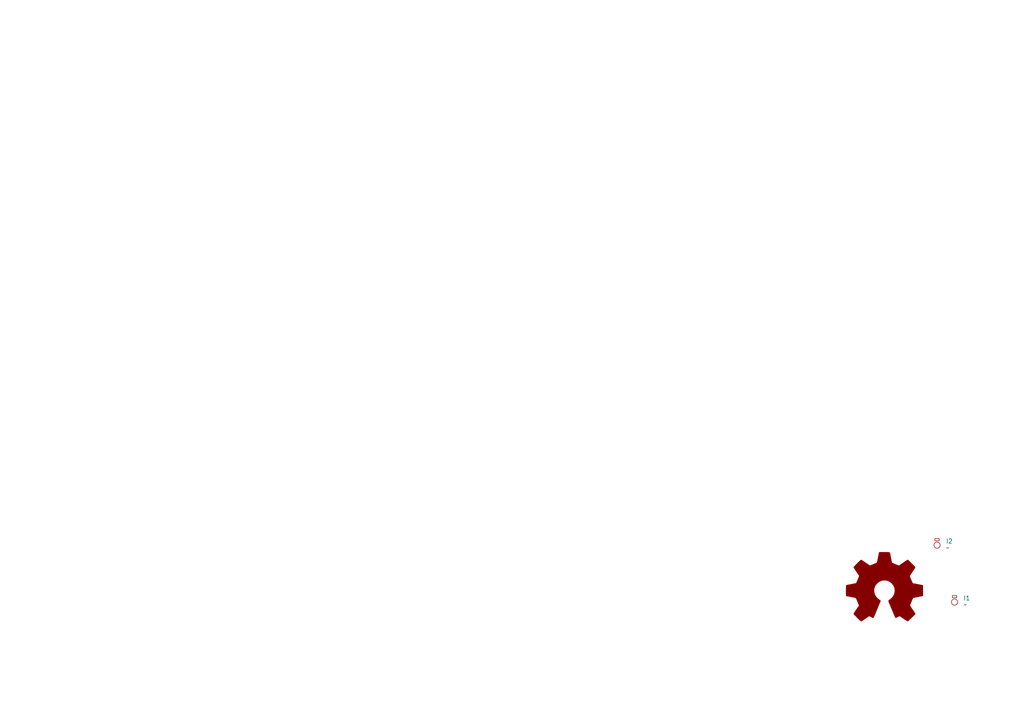
<source format=kicad_sch>
(kicad_sch (version 20231120) (generator "eeschema") (generator_version "8.0")
  (paper "A4")
  (lib_symbols
    (symbol "Graphic:Logo_Open_Hardware_Large" (in_bom no) (on_board no)
      (symbol "Logo_Open_Hardware_Large_1_1"
        (polyline (pts (xy 6.731 -8.7122) (xy 6.6294 -8.6614) (xy 6.35 -8.4836) (xy 5.9944 -8.255) (xy 5.5372 -7.9502) (xy 5.1054 -7.6454) (xy 4.7498 -7.4168) (xy 4.4958 -7.239) (xy 4.3942 -7.1882) (xy 4.318 -7.2136) (xy 4.1148 -7.3152) (xy 3.81 -7.4676) (xy 3.6322 -7.5692) (xy 3.3528 -7.6708) (xy 3.2258 -7.6962) (xy 3.2004 -7.6708) (xy 3.0988 -7.4676) (xy 2.9464 -7.0866) (xy 2.7178 -6.604) (xy 2.4892 -6.0452) (xy 2.2352 -5.4356) (xy 1.9558 -4.826) (xy 1.7272 -4.2164) (xy 1.4986 -3.683) (xy 1.3208 -3.2512) (xy 1.2192 -2.9464) (xy 1.1684 -2.8194) (xy 1.1938 -2.794) (xy 1.3208 -2.667) (xy 1.5748 -2.4892) (xy 2.0828 -2.0574) (xy 2.6162 -1.397) (xy 2.921 -0.6604) (xy 3.048 0.1524) (xy 2.9464 0.9144) (xy 2.6416 1.6256) (xy 2.1336 2.286) (xy 1.524 2.7686) (xy 0.8128 3.0734) (xy 0 3.175) (xy -0.762 3.0988) (xy -1.4986 2.794) (xy -2.159 2.286) (xy -2.4384 1.9812) (xy -2.8194 1.3208) (xy -3.048 0.6096) (xy -3.0734 0.4318) (xy -3.0226 -0.3556) (xy -2.794 -1.0922) (xy -2.3876 -1.7526) (xy -1.8288 -2.3114) (xy -1.7526 -2.3622) (xy -1.4732 -2.5654) (xy -1.2954 -2.6924) (xy -1.1684 -2.8194) (xy -2.159 -5.207) (xy -2.3114 -5.588) (xy -2.5908 -6.2484) (xy -2.8194 -6.8072) (xy -3.0226 -7.2644) (xy -3.1496 -7.5692) (xy -3.2258 -7.6708) (xy -3.2258 -7.6962) (xy -3.302 -7.6962) (xy -3.4798 -7.6454) (xy -3.8354 -7.4676) (xy -4.0386 -7.366) (xy -4.2926 -7.239) (xy -4.4196 -7.1882) (xy -4.5212 -7.239) (xy -4.7498 -7.3914) (xy -5.1054 -7.6454) (xy -5.5372 -7.9248) (xy -5.9436 -8.2042) (xy -6.3246 -8.4582) (xy -6.604 -8.636) (xy -6.731 -8.7122) (xy -6.7564 -8.7122) (xy -6.858 -8.636) (xy -7.0866 -8.4582) (xy -7.4168 -8.1534) (xy -7.874 -7.6962) (xy -7.9502 -7.62) (xy -8.3312 -7.239) (xy -8.636 -6.9088) (xy -8.8392 -6.6802) (xy -8.9154 -6.5786) (xy -8.9154 -6.5786) (xy -8.8392 -6.4516) (xy -8.6614 -6.1722) (xy -8.4328 -5.7912) (xy -8.128 -5.3594) (xy -7.3152 -4.191) (xy -7.7724 -3.0988) (xy -7.8994 -2.7686) (xy -8.0772 -2.3622) (xy -8.2042 -2.0828) (xy -8.255 -1.9558) (xy -8.382 -1.905) (xy -8.6614 -1.8542) (xy -9.0932 -1.7526) (xy -9.6266 -1.651) (xy -10.1092 -1.5748) (xy -10.541 -1.4732) (xy -10.8712 -1.4224) (xy -11.0236 -1.397) (xy -11.049 -1.3716) (xy -11.0744 -1.2954) (xy -11.0998 -1.143) (xy -11.0998 -0.889) (xy -11.1252 -0.4572) (xy -11.1252 0.1524) (xy -11.1252 0.2286) (xy -11.0998 0.8128) (xy -11.0998 1.27) (xy -11.0744 1.5494) (xy -11.0744 1.6764) (xy -11.0744 1.6764) (xy -10.922 1.7018) (xy -10.6172 1.778) (xy -10.16 1.8542) (xy -9.652 1.9558) (xy -9.6012 1.9812) (xy -9.0932 2.0828) (xy -8.636 2.159) (xy -8.3312 2.2352) (xy -8.2042 2.286) (xy -8.1788 2.3114) (xy -8.0772 2.5146) (xy -7.9248 2.8448) (xy -7.747 3.2512) (xy -7.5692 3.6576) (xy -7.4168 4.0386) (xy -7.3152 4.318) (xy -7.2898 4.445) (xy -7.2898 4.445) (xy -7.366 4.572) (xy -7.5438 4.826) (xy -7.7978 5.207) (xy -8.128 5.6642) (xy -8.128 5.6896) (xy -8.4328 6.1468) (xy -8.6868 6.5278) (xy -8.8392 6.7818) (xy -8.9154 6.9088) (xy -8.9154 6.9088) (xy -8.8138 7.0358) (xy -8.5852 7.2898) (xy -8.255 7.6454) (xy -7.874 8.0264) (xy -7.747 8.1534) (xy -7.3152 8.5852) (xy -7.0104 8.8646) (xy -6.8326 8.9916) (xy -6.731 9.0424) (xy -6.731 9.0424) (xy -6.604 8.9408) (xy -6.3246 8.763) (xy -5.9436 8.509) (xy -5.4864 8.2042) (xy -5.461 8.1788) (xy -5.0038 7.874) (xy -4.6482 7.62) (xy -4.3688 7.4422) (xy -4.2672 7.3914) (xy -4.2418 7.3914) (xy -4.064 7.4422) (xy -3.7338 7.5438) (xy -3.3528 7.6962) (xy -2.9464 7.874) (xy -2.5654 8.0264) (xy -2.286 8.1534) (xy -2.159 8.2296) (xy -2.159 8.2296) (xy -2.1082 8.382) (xy -2.032 8.7122) (xy -1.9304 9.1694) (xy -1.8288 9.7282) (xy -1.8034 9.8044) (xy -1.7018 10.3378) (xy -1.6256 10.7696) (xy -1.5748 11.0744) (xy -1.524 11.2014) (xy -1.4478 11.2268) (xy -1.1938 11.2522) (xy -0.8128 11.2522) (xy -0.3302 11.2522) (xy 0.1524 11.2522) (xy 0.6604 11.2522) (xy 1.0668 11.2268) (xy 1.3716 11.2014) (xy 1.4986 11.176) (xy 1.4986 11.176) (xy 1.5494 11.0236) (xy 1.6256 10.6934) (xy 1.7018 10.2108) (xy 1.8288 9.6774) (xy 1.8288 9.5758) (xy 1.9304 9.0424) (xy 2.032 8.6106) (xy 2.0828 8.3058) (xy 2.1336 8.2042) (xy 2.159 8.1788) (xy 2.3876 8.0772) (xy 2.7432 7.9248) (xy 3.175 7.747) (xy 4.191 7.3406) (xy 5.461 8.2042) (xy 5.5626 8.2804) (xy 6.0198 8.5852) (xy 6.3754 8.8392) (xy 6.6294 8.9916) (xy 6.7564 9.0424) (xy 6.7564 9.0424) (xy 6.8834 8.9408) (xy 7.1374 8.7122) (xy 7.4676 8.382) (xy 7.8486 7.9756) (xy 8.1534 7.6962) (xy 8.4836 7.3406) (xy 8.7122 7.112) (xy 8.8392 6.9596) (xy 8.8646 6.858) (xy 8.8646 6.8072) (xy 8.7884 6.6802) (xy 8.6106 6.4008) (xy 8.3312 6.0198) (xy 8.0264 5.588) (xy 7.7978 5.207) (xy 7.5184 4.8006) (xy 7.3406 4.4958) (xy 7.2898 4.3434) (xy 7.2898 4.2926) (xy 7.3914 4.0386) (xy 7.5184 3.683) (xy 7.7216 3.2258) (xy 8.1534 2.2352) (xy 8.7884 2.1082) (xy 9.1948 2.0574) (xy 9.7536 1.9304) (xy 10.2616 1.8288) (xy 11.0998 1.6764) (xy 11.1252 -1.3208) (xy 10.9982 -1.3716) (xy 10.8712 -1.397) (xy 10.5664 -1.4732) (xy 10.1346 -1.5494) (xy 9.6266 -1.651) (xy 9.1948 -1.7272) (xy 8.7376 -1.8288) (xy 8.4328 -1.8796) (xy 8.2804 -1.905) (xy 8.255 -1.9558) (xy 8.1534 -2.159) (xy 7.9756 -2.5146) (xy 7.8232 -2.921) (xy 7.6454 -3.3274) (xy 7.493 -3.7338) (xy 7.366 -4.0132) (xy 7.3406 -4.191) (xy 7.3914 -4.2926) (xy 7.5692 -4.5466) (xy 7.7978 -4.9276) (xy 8.1026 -5.3594) (xy 8.4074 -5.7912) (xy 8.6614 -6.1722) (xy 8.8138 -6.4262) (xy 8.89 -6.5532) (xy 8.8646 -6.6548) (xy 8.6868 -6.858) (xy 8.3566 -7.1882) (xy 7.874 -7.6708) (xy 7.7978 -7.747) (xy 7.3914 -8.128) (xy 7.0612 -8.4328) (xy 6.8326 -8.636) (xy 6.731 -8.7122)) (fill (type outline)))
      )
    )
    (symbol "minimus:LOGO" (in_bom no) (on_board no)
      (property "Reference" "I" (at 0 0 0))
      (symbol "LOGO_0_1"
        (rectangle (start -0.635 1.27) (end 0.635 0.635))
        (circle (center 0 -0.635) (radius 0.898))
      )
    )
  )
  (symbol (lib_id "minimus:LOGO") (at 276.86 173.99 0) (unit 1) (in_bom no) (on_board no)
    (property "Reference" "I1" (at 279.4 173.4864 0) (effects (justify left)))
    (property "Value" "~" (at 279.4 175.3915 0) (effects (justify left)))
  )
  (symbol (lib_id "Graphic:Logo_Open_Hardware_Large") (at 256.54 171.45 0) (unit 1) (in_bom no) (on_board no)
    (property "Reference" "#SYM1" (effects (hide yes)))
    (property "Value" "Logo_Open_Hardware_Large" (effects (hide yes)))
    (property "Description" "Open Hardware logo, large" (effects (hide yes)))
    (property "Sim.Enable" "0" (effects (hide yes)))
  )
  (symbol (lib_id "minimus:LOGO") (at 271.78 157.48 0) (unit 1) (in_bom no) (on_board no)
    (property "Reference" "I2" (at 274.32 156.9764 0) (effects (justify left)))
    (property "Value" "~" (at 274.32 158.8815 0) (effects (justify left)))
  )
)
</source>
